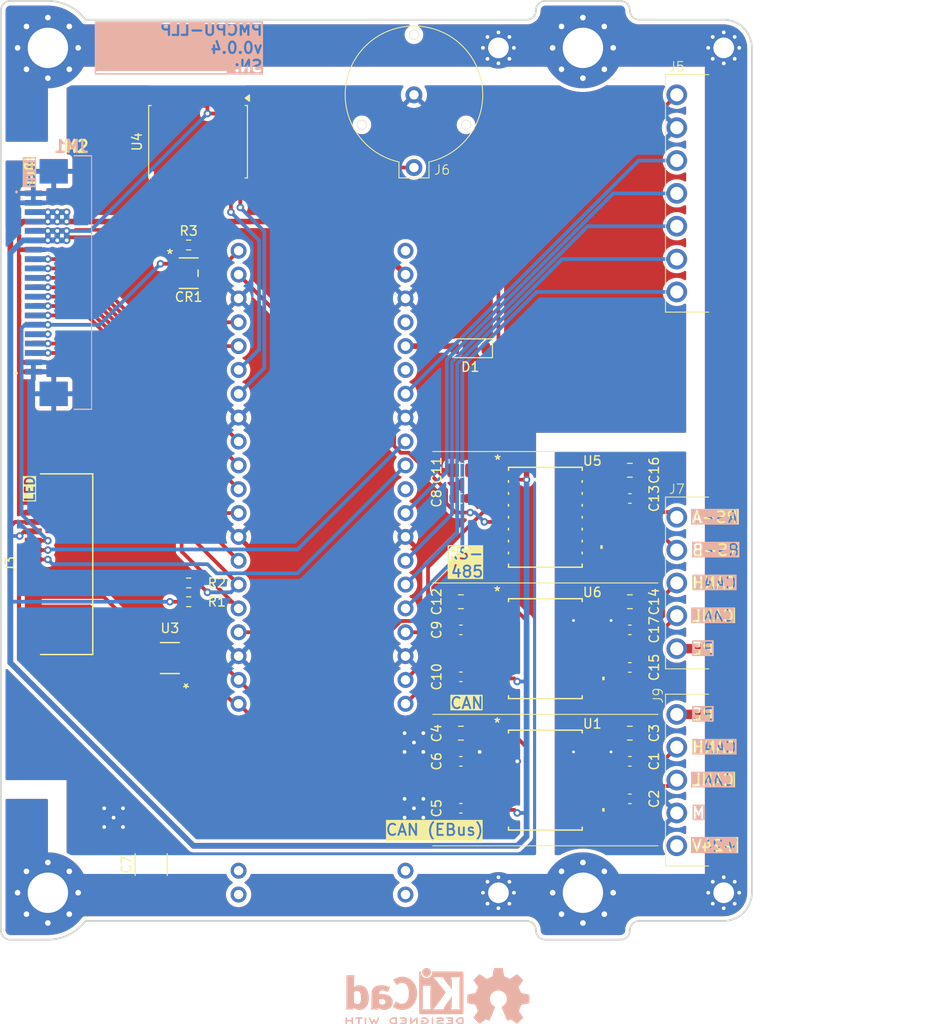
<source format=kicad_pcb>
(kicad_pcb (version 20241229) (generator "pcbnew") (generator_version "9.0")
  (title_block (title "${article} v${version}"))
  (layers (0 "F.Cu" signal) (2 "B.Cu" signal) (13 "F.Paste" user) (15 "B.Paste" user) (5 "F.SilkS" user "F.Silkscreen") (7 "B.SilkS" user "B.Silkscreen") (1 "F.Mask" user) (3 "B.Mask" user) (25 "Edge.Cuts" user))
  (property "article" "PMCPU-LLP")
  (property "version" "0.0.4")
  (net 0 "")
  (net 1 "/I2C0_SDA")
  (net 2 "/I2C0_SCL")
  (net 3 "/I2C2_SDA")
  (net 4 "PE")
  (net 7 "/Vbat")
  (net 8 "+3.3V_CPU")
  (net 9 "+5V_CPU")
  (net 10 "/I2C2_SCL")
  (net 11 "/WDT")
  (net 13 "/SPI0_MOSI")
  (net 14 "/SPI0_CS2")
  (net 15 "/SPI0_CS1")
  (net 16 "/SPI0_CS3")
  (net 17 "Net-(D1-A)")
  (net 18 "Net-(JM2-Pin_5)")
  (net 19 "/SPI0_MISO")
  (net 28 "/HMI_DC")
  (net 29 "/HMI_CS")
  (net 30 "/HMI_DIN")
  (net 31 "/HMI_CLK")
  (net 32 "/HMI_RES")
  (net 33 "+5V_EXT")
  (net 35 "+3.3V_EXT")
  (net 39 "/SPI0_CS0")
  (net 40 "/SPI0_SCK")
  (net 43 "/CANH")
  (net 44 "/CANL")
  (net 46 "/CAN0_RXD")
  (net 47 "/CAN0_TXD")
  (net 48 "/CAN1_RXD")
  (net 49 "/CAN1_TXD")
  (net 50 "GND_CPU")
  (net 51 "+5V_BUS")
  (net 55 "/RST")
  (net 56 "/LED_1")
  (net 57 "/CAN0_TXD_LED")
  (net 58 "/LED_0")
  (net 59 "/LED_2")
  (net 60 "/CAN0_RXD_LED")
  (net 62 "/UART1_RTS")
  (net 63 "/UART1_RX")
  (net 64 "/UART1_TX")
  (net 65 "/RS485-A")
  (net 66 "/RS485-B")
  (net 67 "GND_EB")
  (net 68 "+24V_EB")
  (net 69 "/CANH_EB")
  (net 70 "/CANL_EB")
  (footprint "Diode_SMD:D_SOD-123" (layer "F.Cu") (at 84.93 87.33 180)
    (property "Reference" "D1")
    (property "Value" "B5819W")
  )
  (footprint "kicad_inventree_lib:DBV6-M" (layer "F.Cu") (at 52.93 120.33 180)
    (property "Reference" "U3")
    (property "Value" "SN74LVC2G14DBVR")
  )
  (footprint "MountingHole:MountingHole_4.3mm_M4_Pad_Via" (layer "F.Cu") (at 39.93 55.33)
    (property "Reference" "H2" (hide yes))
    (property "Value" "M4")
  )
  (footprint "Resistor_SMD:R_0603_1608Metric" (layer "F.Cu") (at 54.93 112.33)
    (property "Reference" "R2")
    (property "Value" "3k3")
  )
  (footprint "Capacitor_SMD:C_0805_2012Metric" (layer "F.Cu") (at 101.93 114.33)
    (property "Reference" "C14")
    (property "Value" "10uF")
  )
  (footprint "Capacitor_SMD:C_0603_1608Metric" (layer "F.Cu") (at 101.93 121.33)
    (property "Reference" "C15")
    (property "Value" "1uF")
  )
  (footprint "kicad_inventree_lib:15EDGRC-3.5-05P" (layer "F.Cu") (at 106.93 140.33 90)
    (property "Reference" "J9")
    (property "Value" "15EDGRC-3.5-05P")
  )
  (footprint "kicad_inventree_lib:BS-12-A1AJ002-F" (layer "F.Cu") (at 78.93 68.08 180)
    (property "Reference" "J6")
    (property "Value" "~")
    (fp_circle (center 5.55 4.55) (end 6.05 4.55) (stroke (width 0.05)) (fill no) (layer "Edge.Cuts"))
    (fp_circle (center 0 14.15) (end 0.5 14.15) (stroke (width 0.05)) (fill no) (layer "Edge.Cuts"))
    (fp_circle (center -5.55 4.55) (end -5.05 4.55) (stroke (width 0.05)) (fill no) (layer "Edge.Cuts"))
  )
  (footprint "Capacitor_SMD:C_0603_1608Metric" (layer "F.Cu") (at 101.93 117.33)
    (property "Reference" "C17")
    (property "Value" "100nF")
  )
  (footprint "Capacitor_SMD:C_0603_1608Metric" (layer "F.Cu") (at 83.93 122.33 180)
    (property "Reference" "C10")
    (property "Value" "1uF")
  )
  (footprint "Capacitor_SMD:C_0805_2012Metric" (layer "F.Cu") (at 101.93 128.33)
    (property "Reference" "C3")
    (property "Value" "10uF")
  )
  (footprint "Capacitor_SMD:C_0805_2012Metric" (layer "F.Cu") (at 83.93 114.33 180)
    (property "Reference" "C12")
    (property "Value" "10uF")
  )
  (footprint "Capacitor_SMD:C_0805_2012Metric" (layer "F.Cu") (at 83.93 128.33 180)
    (property "Reference" "C4")
    (property "Value" "10uF")
  )
  (footprint "Capacitor_SMD:C_0603_1608Metric" (layer "F.Cu") (at 83.93 136.33 180)
    (property "Reference" "C5")
    (property "Value" "1uF")
  )
  (footprint "Resistor_SMD:R_0603_1608Metric" (layer "F.Cu") (at 54.93 114.33)
    (property "Reference" "R1")
    (property "Value" "3k3")
  )
  (footprint "kicad_inventree_lib:SOIC16-WBW_CLG-M" (layer "F.Cu") (at 92.93 119.33)
    (property "Reference" "U6")
    (property "Value" "CA-IS3062VW")
  )
  (footprint "Capacitor_SMD:C_0603_1608Metric" (layer "F.Cu") (at 101.93 135.33)
    (property "Reference" "C2")
    (property "Value" "1uF")
  )
  (footprint "kicad_inventree_lib:SOT23-5L_STM" (layer "F.Cu") (at 54.93 79.33)
    (property "Reference" "CR1")
    (property "Value" "STWD100NYWY3F")
  )
  (footprint "kicad_inventree_lib:CONN10_AFA07-S12_JUS" (layer "F.Cu") (at 41.93 110.33 90)
    (property "Reference" "J3")
    (property "Value" "AFA07-S10FCC-00")
  )
  (footprint "kicad_inventree_lib:LuckfoxLyraPlus" (layer "F.Cu") (at 60.2475 76.9425)
    (property "Reference" "U2" (hide yes))
    (property "Value" "~")
  )
  (footprint "kicad_inventree_lib:PMLED-xx-v0.0.2" (layer "F.Cu") (at 99.93 100.33)
    (property "Reference" "SP1" (hide yes))
    (property "Value" "~")
  )
  (footprint "kicad_inventree_lib:AFA07S20FCA00" (layer "F.Cu") (at 41.93 80.33 90)
    (property "Reference" "JM2")
    (property "Value" "AFA07-S20FCC-00" (hide yes))
  )
  (footprint "MountingHole:MountingHole_4.3mm_M4_Pad_Via" (layer "F.Cu") (at 96.93 145.33)
    (property "Reference" "H4" (hide yes))
    (property "Value" "M4")
  )
  (footprint "Capacitor_SMD:C_0603_1608Metric" (layer "F.Cu") (at 83.93 131.33 180)
    (property "Reference" "C6")
    (property "Value" "100nF")
  )
  (footprint "Capacitor_SMD:C_0805_2012Metric" (layer "F.Cu") (at 83.93 100.33 180)
    (property "Reference" "C11")
    (property "Value" "10uF")
  )
  (footprint "Resistor_SMD:R_0603_1608Metric" (layer "F.Cu") (at 54.93 76.33 180)
    (property "Reference" "R3")
    (property "Value" "10k")
  )
  (footprint "kicad_inventree_lib:15EDGRC-3.5-05P" (layer "F.Cu") (at 106.93 119.33 90)
    (property "Reference" "J7")
    (property "Value" "15EDGRC-3.5-05P")
  )
  (footprint "MountingHole:MountingHole_4.3mm_M4_Pad_Via" (layer "F.Cu") (at 39.93 145.33)
    (property "Reference" "H3" (hide yes))
    (property "Value" "M4")
  )
  (footprint "Capacitor_SMD:C_1812_4532Metric" (layer "F.Cu") (at 50.93 142.33 90)
    (property "Reference" "C7")
    (property "Value" "4.7nF 2kV")
  )
  (footprint "Capacitor_SMD:C_0805_2012Metric" (layer "F.Cu") (at 101.93 100.33)
    (property "Reference" "C16")
    (property "Value" "10uF")
  )
  (footprint "Capacitor_SMD:C_0603_1608Metric" (layer "F.Cu") (at 83.93 103.33 180)
    (property "Reference" "C8")
    (property "Value" "100nF")
  )
  (footprint "kicad_inventree_lib:SOIC16-WBW_CLG" (layer "F.Cu") (at 92.93 105.33)
    (property "Reference" "U5")
    (property "Value" "CA-IS3098W")
  )
  (footprint "Package_SO:SOIC-16W_7.5x10.3mm_P1.27mm" (layer "F.Cu") (at 55.93 65.33 -90)
    (property "Reference" "U4")
    (property "Value" "DS3231")
  )
  (footprint "kicad_inventree_lib:15EDGRC-3.5-07P" (layer "F.Cu") (at 106.93 81.33 90)
    (property "Reference" "J5")
    (property "Value" "15EDGRC-3.5-07P")
  )
  (footprint "Capacitor_SMD:C_0603_1608Metric" (layer "F.Cu") (at 101.93 131.33)
    (property "Reference" "C1")
    (property "Value" "100nF")
  )
  (footprint "MountingHole:MountingHole_4.3mm_M4_Pad_Via" (layer "F.Cu") (at 96.93 55.33)
    (property "Reference" "H1" (hide yes))
    (property "Value" "M4")
  )
  (footprint "Capacitor_SMD:C_0603_1608Metric" (layer "F.Cu") (at 83.93 117.33 180)
    (property "Reference" "C9")
    (property "Value" "100nF")
  )
  (footprint "kicad_inventree_lib:SOIC16-WBW_CLG-M" (layer "F.Cu") (at 92.93 133.33)
    (property "Reference" "U1")
    (property "Value" "CA-IS3062VW")
  )
  (footprint "Capacitor_SMD:C_0603_1608Metric" (layer "F.Cu") (at 101.93 103.33)
    (property "Reference" "C13")
    (property "Value" "100nF")
  )
  (footprint "Symbol:KiCad-Logo2_5mm_SilkScreen" (layer "B.Cu") (at 77.93 156.33 180)
    (property "Reference" "kicad_logo" (hide yes))
    (property "Value" "KiCad-Logo2_5mm_SilkScreen" (hide yes))
  )
  (footprint "Symbol:OSHW-Symbol_6.7x6mm_SilkScreen" (layer "B.Cu") (at 87.93 156.33 180)
    (property "Reference" "oshw_logo" (hide yes))
    (property "Value" "OSHW-Symbol_6.7x6mm_SilkScreen" (hide yes))
  )
  (footprint "kicad_inventree_lib:AFA07S20FCA00" (layer "B.Cu") (at 41.93 80.33 -90)
    (property "Reference" "JM1")
    (property "Value" "AFA07-S20FCC-00" (hide yes))
  )
  (gr_line (start 80.93 126.33) (end 104.93 126.33) (stroke (width 0.1)) (layer "F.SilkS"))
  (gr_line (start 80.93 140.33) (end 104.93 140.33) (stroke (width 0.1)) (layer "F.SilkS"))
  (gr_line (start 80.93 98.33) (end 104.93 98.33) (stroke (width 0.1)) (layer "F.SilkS"))
  (gr_line (start 80.93 112.33) (end 104.93 112.33) (stroke (width 0.1)) (layer "F.SilkS"))
  (gr_arc (start 39.93 50.33) (mid 42.166068 50.857864) (end 43.93 52.33) (stroke (width 0.2)) (layer "Edge.Cuts"))
  (gr_line (start 92.93 150.33) (end 100.93 150.33) (stroke (width 0.2)) (layer "Edge.Cuts"))
  (gr_line (start 114.93 55.33) (end 114.93 145.33) (stroke (width 0.2)) (layer "Edge.Cuts"))
  (gr_line (start 43.93 52.33) (end 90.93 52.33) (stroke (width 0.2)) (layer "Edge.Cuts"))
  (gr_arc (start 101.93 149.33) (mid 101.637107 150.037107) (end 100.93 150.33) (stroke (width 0.2)) (layer "Edge.Cuts"))
  (gr_line (start 102.93 52.33) (end 111.93 52.33) (stroke (width 0.2)) (layer "Edge.Cuts"))
  (gr_line (start 35.93 150.33) (end 39.93 150.33) (stroke (width 0.2)) (layer "Edge.Cuts"))
  (gr_arc (start 35.93 150.33) (mid 35.222893 150.037107) (end 34.93 149.33) (stroke (width 0.2)) (layer "Edge.Cuts"))
  (gr_arc (start 102.93 52.33) (mid 102.222893 52.037107) (end 101.93 51.33) (stroke (width 0.2)) (layer "Edge.Cuts"))
  (gr_line (start 100.93 50.33) (end 92.93 50.33) (stroke (width 0.2)) (layer "Edge.Cuts"))
  (gr_line (start 90.93 148.33) (end 43.93 148.33) (stroke (width 0.2)) (layer "Edge.Cuts"))
  (gr_line (start 102.93 148.33) (end 111.93 148.33) (stroke (width 0.2)) (layer "Edge.Cuts"))
  (gr_arc (start 34.93 51.33) (mid 35.222893 50.622893) (end 35.93 50.33) (stroke (width 0.2)) (layer "Edge.Cuts"))
  (gr_arc (start 90.93 148.33) (mid 91.637107 148.622893) (end 91.93 149.33) (stroke (width 0.2)) (layer "Edge.Cuts"))
  (gr_arc (start 114.93 145.33) (mid 114.05132 147.45132) (end 111.93 148.33) (stroke (width 0.2)) (layer "Edge.Cuts"))
  (gr_line (start 34.93 149.33) (end 34.93 51.33) (stroke (width 0.2)) (layer "Edge.Cuts"))
  (gr_arc (start 100.93 50.33) (mid 101.637107 50.622893) (end 101.93 51.33) (stroke (width 0.2)) (layer "Edge.Cuts"))
  (gr_arc (start 91.93 51.33) (mid 91.637107 52.037107) (end 90.93 52.33) (stroke (width 0.2)) (layer "Edge.Cuts"))
  (gr_arc (start 43.93 148.33) (mid 42.166068 149.802136) (end 39.93 150.33) (stroke (width 0.2)) (layer "Edge.Cuts"))
  (gr_arc (start 111.93 52.33) (mid 114.05132 53.20868) (end 114.93 55.33) (stroke (width 0.2)) (layer "Edge.Cuts"))
  (gr_arc (start 101.93 149.33) (mid 102.222893 148.622893) (end 102.93 148.33) (stroke (width 0.2)) (layer "Edge.Cuts"))
  (gr_arc (start 91.93 51.33) (mid 92.222893 50.622893) (end 92.93 50.33) (stroke (width 0.2)) (layer "Edge.Cuts"))
  (gr_line (start 35.93 50.33) (end 39.93 50.33) (stroke (width 0.2)) (layer "Edge.Cuts"))
  (gr_arc (start 92.93 150.33) (mid 92.222893 150.037107) (end 91.93 149.33) (stroke (width 0.2)) (layer "Edge.Cuts"))
  (gr_text "CANL" (at 108.43 115.83 0) (layer "F.SilkS" knockout) (effects (font (size 1.2 1.2) (thickness 0.2) (bold yes)) (justify left)))
  (gr_text "CANH" (at 108.43 112.33 0) (layer "F.SilkS" knockout) (effects (font (size 1.2 1.2) (thickness 0.2) (bold yes)) (justify left)))
  (gr_text "CAN" (at 86.43 125.83 0) (layer "F.SilkS" knockout) (effects (font (size 1.2 1.2) (thickness 0.2) (bold yes)) (justify right bottom)))
  (gr_text "M" (at 108.43 136.83 0) (layer "F.SilkS" knockout) (effects (font (size 1.2 1.2) (thickness 0.2) (bold yes)) (justify left)))
  (gr_text "PE" (at 108.43 119.33 0) (layer "F.SilkS" knockout) (effects (font (size 1.2 1.2) (thickness 0.2) (bold yes)) (justify left)))
  (gr_text "CANL" (at 108.43 133.33 0) (layer "F.SilkS" knockout) (effects (font (size 1.2 1.2) (thickness 0.2) (bold yes)) (justify left)))
  (gr_text "RS-A" (at 108.43 105.33 0) (layer "F.SilkS" knockout) (effects (font (size 1.2 1.2) (thickness 0.2) (bold yes)) (justify left)))
  (gr_text "LED" (at 37.43 100.83 90) (layer "F.SilkS" knockout) (effects (font (size 1 1) (thickness 0.2) (bold yes)) (justify right top)))
  (gr_text "CANH" (at 108.43 129.83 0) (layer "F.SilkS" knockout) (effects (font (size 1.2 1.2) (thickness 0.2) (bold yes)) (justify left)))
  (gr_text "CAN (EBus)" (at 86.43 139.33 0) (layer "F.SilkS" knockout) (effects (font (size 1.2 1.2) (thickness 0.2) (bold yes)) (justify right bottom)))
  (gr_text "+24V" (at 108.43 140.33 0) (layer "F.SilkS" knockout) (effects (font (size 1.2 1.2) (thickness 0.2) (bold yes)) (justify left)))
  (gr_text "RS-\n485" (at 86.43 111.83 0) (layer "F.SilkS" knockout) (effects (font (size 1.2 1.2) (thickness 0.2) (bold yes)) (justify right bottom)))
  (gr_text "IBus" (at 37.43 66.83 90) (layer "F.SilkS" knockout) (effects (font (size 1 1) (thickness 0.2) (bold yes)) (justify right top)))
  (gr_text "PE" (at 108.43 126.33 0) (layer "F.SilkS" knockout) (effects (font (size 1.2 1.2) (thickness 0.2) (bold yes)) (justify left)))
  (gr_text "RS-B" (at 108.43 108.83 0) (layer "F.SilkS" knockout) (effects (font (size 1.2 1.2) (thickness 0.2) (bold yes)) (justify left)))
  (gr_text "CANH" (at 108.43 129.83 0) (layer "B.SilkS" knockout) (effects (font (size 1.2 1.2) (thickness 0.2) (bold yes)) (justify right mirror)))
  (gr_text "M" (at 108.43 136.83 0) (layer "B.SilkS" knockout) (effects (font (size 1.2 1.2) (thickness 0.2) (bold yes)) (justify right mirror)))
  (gr_text "PE" (at 108.43 126.33 0) (layer "B.SilkS" knockout) (effects (font (size 1.2 1.2) (thickness 0.2) (bold yes)) (justify right mirror)))
  (gr_text "CANL" (at 108.43 133.33 0) (layer "B.SilkS" knockout) (effects (font (size 1.2 1.2) (thickness 0.2) (bold yes)) (justify right mirror)))
  (gr_text "PE" (at 108.43 119.33 0) (layer "B.SilkS" knockout) (effects (font (size 1.2 1.2) (thickness 0.2) (bold yes)) (justify right mirror)))
  (gr_text "RS-B" (at 108.43 108.83 0) (layer "B.SilkS" knockout) (effects (font (size 1.2 1.2) (thickness 0.2) (bold yes)) (justify right mirror)))
  (gr_text "RS-A" (at 108.43 105.33 0) (layer "B.SilkS" knockout) (effects (font (size 1.2 1.2) (thickness 0.2) (bold yes)) (justify right mirror)))
  (gr_text "${article}\nv${version}\nSN: _______________" (at 62.93 55.33 0) (layer "B.SilkS" knockout) (effects (font (size 1.2 1.2) (thickness 0.24) (bold yes)) (justify left mirror)))
  (gr_text "+24V" (at 108.43 140.33 0) (layer "B.SilkS" knockout) (effects (font (size 1.2 1.2) (thickness 0.2) (bold yes)) (justify right mirror)))
  (gr_text "CANL" (at 108.43 115.83 0) (layer "B.SilkS" knockout) (effects (font (size 1.2 1.2) (thickness 0.2) (bold yes)) (justify right mirror)))
  (gr_text "IBus" (at 37.43 66.83 90) (layer "B.SilkS" knockout) (effects (font (size 1 1) (thickness 0.2) (bold yes)) (justify left top mirror)))
  (gr_text "CANH" (at 108.43 112.33 0) (layer "B.SilkS" knockout) (effects (font (size 1.2 1.2) (thickness 0.2) (bold yes)) (justify right mirror)))
  (segment (start 54.726 106.981) (end 60.2475 112.5025) (width 0.4) (layer "F.Cu") (net 1))
  (segment (start 39.93 86.83) (end 46.313072 86.83) (width 0.4) (layer "F.Cu") (net 1))
  (segment (start 38.384 86.83) (end 39.93 86.83) (width 0.6) (layer "F.Cu") (net 1))
  (segment (start 55.93 112.33) (end 56.93 113.33) (width 0.4) (layer "F.Cu") (net 1))
  (segment (start 54.726 95.242928) (end 54.726 106.981) (width 0.4) (layer "F.Cu") (net 1))
  (segment (start 55.755 112.33) (end 55.93 112.33) (width 0.4) (layer "F.Cu") (net 1))
  (segment (start 46.313072 86.83) (end 54.726 95.242928) (width 0.4) (layer "F.Cu") (net 1))
  (via (at 56.93 113.33) (size 0.8) (drill 0.4) (layers "F.Cu" "B.Cu") (net 1))
  (via (at 39.93 86.83) (size 0.8) (drill 0.4) (layers "F.Cu" "B.Cu") (net 1))
  (segment (start 59.42 113.33) (end 60.2475 112.5025) (width 0.4) (layer "B.Cu") (net 1))
  (segment (start 56.93 113.33) (end 59.42 113.33) (width 0.4) (layer "B.Cu") (net 1))
  (segment (start 39.93 86.83) (end 38.384 86.83) (width 0.6) (layer "B.Cu") (net 1))
  (segment (start 54.175 95.47116) (end 46.53384 87.83) (width 0.4) (layer "F.Cu") (net 2))
  (segment (start 55.755 114.33) (end 59.535 114.33) (width 0.4) (layer "F.Cu") (net 2))
  (segment (start 60.2475 115.0425) (end 54.175 108.97) (width 0.4) (layer "F.Cu") (net 2))
  (segment (start 46.53384 87.83) (end 39.93 87.83) (width 0.4) (layer "F.Cu") (net 2))
  (segment (start 38.384 87.83) (end 39.93 87.83) (width 0.6) (layer "F.Cu") (net 2))
  (segment (start 54.175 108.97) (end 54.175 95.47116) (width 0.4) (layer "F.Cu") (net 2))
  (segment (start 59.535 114.33) (end 60.2475 115.0425) (width 0.4) (layer "F.Cu") (net 2))
  (via (at 39.93 87.83) (size 0.8) (drill 0.4) (layers "F.Cu" "B.Cu") (net 2))
  (segment (start 39.93 87.83) (end 38.384 87.83) (width 0.6) (layer "B.Cu") (net 2))
  (segment (start 59.43 70.305) (end 59.105 69.98) (width 0.4) (layer "F.Cu") (net 3))
  (segment (start 59.43 72.83) (end 59.43 70.305) (width 0.4) (layer "F.Cu") (net 3))
  (via (at 59.43 72.83) (size 0.8) (drill 0.4) (layers "F.Cu" "B.Cu") (net 3))
  (segment (start 60.2475 89.6425) (end 62.43 87.46) (width 0.4) (layer "B.Cu") (net 3))
  (segment (start 62.43 75.83) (end 59.43 72.83) (width 0.4) (layer "B.Cu") (net 3))
  (segment (start 62.43 87.46) (end 62.43 75.83) (width 0.4) (layer "B.Cu") (net 3))
  (segment (start 106.93 119.33) (end 112.93 119.33) (width 1) (layer "F.Cu") (net 4))
  (segment (start 106.93 126.33) (end 112.93 126.33) (width 1) (layer "F.Cu") (net 4))
  (segment (start 58.710001 68.08) (end 78.93 68.08) (width 0.4) (layer "F.Cu") (net 7))
  (segment (start 57.835 69.98) (end 57.835 68.955001) (width 0.4) (layer "F.Cu") (net 7))
  (segment (start 57.835 68.955001) (end 58.710001 68.08) (width 0.4) (layer "F.Cu") (net 7))
  (segment (start 87.8782 122.33) (end 88.0532 122.505) (width 0.4) (layer "F.Cu") (net 8))
  (segment (start 41.93 75.83) (end 42.256 75.504) (width 0.4) (layer "F.Cu") (net 8))
  (segment (start 87.93 79.33) (end 106.93 60.33) (width 0.4) (layer "F.Cu") (net 8))
  (segment (start 39.93 74.83) (end 40.93 74.83) (width 0.6) (layer "F.Cu") (net 8))
  (segment (start 54.105 112.33) (end 54.105 114.33) (width 0.4) (layer "F.Cu") (net 8))
  (segment (start 54.105 118.155) (end 54.105 114.33) (width 0.4) (layer "F.Cu") (net 8))
  (segment (start 88.0532 122.505) (end 89.605 122.505) (width 0.4) (layer "F.Cu") (net 8))
  (segment (start 88.0532 136.505) (end 89.605 136.505) (width 0.4) (layer "F.Cu") (net 8))
  (segment (start 87.93 87.33) (end 87.93 79.33) (width 0.4) (layer "F.Cu") (net 8))
  (segment (start 59.105 61.704999) (end 59.105 60.68) (width 0.4) (layer "F.Cu") (net 8))
  (segment (start 56.93 62.33) (end 56.93 61.045) (width 0.4) (layer "F.Cu") (net 8))
  (segment (start 56.93 62.33) (end 58.479999 62.33) (width 0.4) (layer "F.Cu") (net 8))
  (segment (start 39.93 75.83) (end 40.93 75.83) (width 0.6) (layer "F.Cu") (net 8))
  (segment (start 42.256 75.504) (end 54.929 75.504) (width 0.4) (layer "F.Cu") (net 8))
  (segment (start 40.93 74.83) (end 41.93 74.83) (width 0.6) (layer "F.Cu") (net 8))
  (segment (start 84.88 103.155) (end 84.705 103.33) (width 0.4) (layer "F.Cu") (net 8))
  (segment (start 38.374 106.830004) (end 37.429996 106.830004) (width 0.4) (layer "F.Cu") (net 8))
  (segment (start 58.479999 62.33) (end 59.105 61.704999) (width 0.4) (layer "F.Cu") (net 8))
  (segment (start 88.104 100.885) (end 85.435 100.885) (width 0.4) (layer "F.Cu") (net 8))
  (segment (start 54.929 75.504) (end 55.755 76.33) (width 0.4) (layer "F.Cu") (net 8))
  (segment (start 90.93 101.33) (end 90.93 90.33) (width 0.6) (layer "F.Cu") (net 8))
  (segment (start 84.88 100.33) (end 84.88 103.155) (width 0.4) (layer "F.Cu") (net 8))
  (segment (start 51.46315 120.33) (end 51.93 120.33) (width 0.4) (layer "F.Cu") (net 8))
  (segment (start 85.435 100.885) (end 84.88 100.33) (width 0.4) (layer "F.Cu") (net 8))
  (segment (start 51.93 120.33) (end 54.105 118.155) (width 0.4) (layer "F.Cu") (net 8))
  (segment (start 90.93 101.33) (end 89.93 101.33) (width 0.4) (layer "F.Cu") (net 8))
  (segment (start 84.705 122.33) (end 87.8782 122.33) (width 0.4) (layer "F.Cu") (net 8))
  (segment (start 87.8782 136.33) (end 88.0532 136.505) (width 0.4) (layer "F.Cu") (net 8))
  (segment (start 37.429996 106.830004) (end 36.93 107.33) (width 0.4) (layer "F.Cu") (net 8))
  (segment (start 55.755 78.011199) (end 56.1238 78.379999) (width 0.4) (layer "F.Cu") (net 8))
  (segment (start 56.93 61.045) (end 56.565 60.68) (width 0.4) (layer "F.Cu") (net 8))
  (segment (start 90.93 90.33) (end 87.93 87.33) (width 0.6) (layer "F.Cu") (net 8))
  (segment (start 89.485 100.885) (end 88.104 100.885) (width 0.4) (layer "F.Cu") (net 8))
  (segment (start 89.605 122.505) (end 89.93 122.83) (width 0.4) (layer "F.Cu") (net 8))
  (segment (start 89.605 136.505) (end 89.93 136.83) (width 0.4) (layer "F.Cu") (net 8))
  (segment (start 87.93 87.33) (end 86.58 87.33) (width 0.6) (layer "F.Cu") (net 8))
  (segment (start 89.93 101.33) (end 89.485 100.885) (width 0.4) (layer "F.Cu") (net 8))
  (segment (start 52.93 114.33) (end 54.105 114.33) (width 0.4) (layer "F.Cu") (net 8))
  (segment (start 55.755 76.33) (end 55.755 78.011199) (width 0.4) (layer "F.Cu") (net 8))
  (segment (start 38.384 74.83) (end 39.93 74.83) (width 0.6) (layer "F.Cu") (net 8))
  (segment (start 40.93 75.83) (end 41.93 75.83) (width 0.6) (layer "F.Cu") (net 8))
  (segment (start 84.705 136.33) (end 87.8782 136.33) (width 0.4) (layer "F.Cu") (net 8))
  (segment (start 38.384 75.83) (end 39.93 75.83) (width 0.6) (layer "F.Cu") (net 8))
  (via (at 56.93 62.33) (size 0.8) (drill 0.4) (layers "F.Cu" "B.Cu") (net 8))
  (via (at 40.93 75.83) (size 0.8) (drill 0.4) (layers "F.Cu" "B.Cu") (net 8))
  (via (at 39.93 75.83) (size 0.8) (drill 0.4) (layers "F.Cu" "B.Cu") (net 8))
  (via (at 52.93 114.33) (size 0.8) (drill 0.4) (layers "F.Cu" "B.Cu") (net 8))
  (via (at 41.93 74.83) (size 0.8) (drill 0.4) (layers "F.Cu" "B.Cu") (net 8))
  (via (at 89.93 122.83) (size 0.8) (drill 0.4) (layers "F.Cu" "B.Cu") (net 8))
  (via (at 41.93 75.83) (size 0.8) (drill 0.4) (layers "F.Cu" "B.Cu") (net 8))
  (via (at 89.93 136.83) (size 0.8) (drill 0.4) (layers "F.Cu" "B.Cu") (net 8))
  (via (at 39.93 74.83) (size 0.8) (drill 0.4) (layers "F.Cu" "B.Cu") (net 8))
  (via (at 36.93 107.33) (size 0.8) (drill 0.4) (layers "F.Cu" "B.Cu") (net 8))
  (via (at 40.93 74.83) (size 0.8) (drill 0.4) (layers "F.Cu" "B.Cu") (net 8))
  (via (at 90.93 101.33) (size 0.8) (drill 0.4) (layers "F.Cu" "B.Cu") (net 8))
  (segment (start 41.93 74.83) (end 44.43 74.83) (width 0.4) (layer "B.Cu") (net 8))
  (segment (start 90.93 122.83) (end 90.93 101.33) (width 0.6) (layer "B.Cu") (net 8))
  (segment (start 90.93 136.83) (end 90.93 122.83) (width 0.6) (layer "B.Cu") (net 8))
  (segment (start 35.93 77.182) (end 35.93 77.33) (width 0.6) (layer "B.Cu") (net 8))
  (segment (start 41.93 74.83) (end 41.93 75.83) (width 0.6) (layer "B.Cu") (net 8))
  (segment (start 55.43 140.33) (end 89.93 140.33) (width 0.6) (layer "B.Cu") (net 8))
  (segment (start 40.93 74.83) (end 40.93 75.83) (width 0.6) (layer "B.Cu") (net 8))
  (segment (start 90.93 139.33) (end 90.93 136.83) (width 0.6) (layer "B.Cu") (net 8))
  (segment (start 35.93 77.33) (end 35.93 107.33) (width 0.6) (layer "B.Cu") (net 8))
  (segment (start 38.384 75.83) (end 37.282 75.83) (width 0.6) (layer "B.Cu") (net 8))
  (segment (start 44.43 74.83) (end 56.93 62.33) (width 0.4) (layer "B.Cu") (net 8))
  (segment (start 89.93 140.33) (end 90.93 139.33) (width 0.6) (layer "B.Cu") (net 8))
  (segment (start 41.93 74.83) (end 38.384 74.83) (width 0.6) (layer "B.Cu") (net 8))
  (segment (start 41.93 75.83) (end 38.384 75.83) (width 0.6) (layer "B.Cu") (net 8))
  (segment (start 39.93 74.83) (end 39.93 75.83) (width 0.6) (layer "B.Cu") (net 8))
  (segment (start 35.93 120.83) (end 55.43 140.33) (width 0.6) (layer "B.Cu") (net 8))
  (segment (start 37.282 75.83) (end 35.93 77.182) (width 0.6) (layer "B.Cu") (net 8))
  (segment (start 89.93 122.83) (end 90.93 122.83) (width 0.4) (layer "B.Cu") (net 8))
  (segment (start 36.93 107.33) (end 35.93 107.33) (width 0.4) (layer "B.Cu") (net 8))
  (segment (start 89.93 136.83) (end 90.93 136.83) (width 0.4) (layer "B.Cu") (net 8))
  (segment (start 47.93 114.33) (end 35.93 114.33) (width 0.4) (layer "B.Cu") (net 8))
  (segment (start 47.93 114.33) (end 52.93 114.33) (width 0.4) (layer "B.Cu") (net 8))
  (segment (start 35.93 114.33) (end 35.93 120.83) (width 0.6) (layer "B.Cu") (net 8))
  (segment (start 35.93 107.33) (end 35.93 114.33) (width 0.6) (layer "B.Cu") (net 8))
  (segment (start 41.93 73.83) (end 72.375 73.83) (width 0.6) (layer "F.Cu") (net 9))
  (segment (start 88.0532 128.885) (end 89.985 128.885) (width 0.4) (layer "F.Cu") (net 9))
  (segment (start 90.93 129.83) (end 90.93 116.33) (width 0.6) (layer "F.Cu") (net 9))
  (segment (start 90.93 139.33) (end 90.93 129.83) (width 0.6) (layer "F.Cu") (net 9))
  (segment (start 87.4982 128.33) (end 88.0532 128.885) (width 0.4) (layer "F.Cu") (net 9))
  (segment (start 40.93 73.83) (end 41.93 73.83) (width 0.6) (layer "F.Cu") (net 9))
  (segment (start 39.93 73.83) (end 40.93 73.83) (width 0.6) (layer "F.Cu") (net 9))
  (segment (start 84.88 117.155) (end 84.705 117.33) (width 0.4) (layer "F.Cu") (net 9))
  (segment (start 35.93 75.182) (end 35.93 106.33) (width 0.6) (layer "F.Cu") (net 9))
  (segment (start 40.93 72.83) (end 41.93 72.83) (width 0.6) (layer "F.Cu") (net 9))
  (segment (start 84.88 128.33) (end 84.88 131.155) (width 0.4) (layer "F.Cu") (net 9))
  (segment (start 84.88 114.33) (end 84.88 117.155) (width 0.4) (layer "F.Cu") (net 9))
  (segment (start 72.375 73.83) (end 78.0275 79.4825) (width 0.6) (layer "F.Cu") (net 9))
  (segment (start 84.88 128.33) (end 87.4982 128.33) (width 0.4) (layer "F.Cu") (net 9))
  (segment (start 89.93 140.33) (end 90.93 139.33) (width 0.6) (layer "F.Cu") (net 9))
  (segment (start 35.93 106.33) (end 35.93 120.83) (width 0.6) (layer "F.Cu") (net 9))
  (segment (start 55.43 140.33) (end 89.93 140.33) (width 0.6) (layer "F.Cu") (net 9))
  (segment (start 35.93 120.83) (end 55.43 140.33) (width 0.6) (layer "F.Cu") (net 9))
  (segment (start 88.0532 114.885) (end 85.435 114.885) (width 0.4) (layer "F.Cu") (net 9))
  (segment (start 89.485 114.885) (end 90.93 116.33) (width 0.4) (layer "F.Cu") (net 9))
  (segment (start 85.435 114.885) (end 84.88 114.33) (width 0.4) (layer "F.Cu") (net 9))
  (segment (start 39.93 72.83) (end 40.93 72.83) (width 0.6) (layer "F.Cu") (net 9))
  (segment (start 38.384 73.83) (end 39.93 73.83) (width 0.6) (layer "F.Cu") (net 9))
  (segment (start 88.0532 114.885) (end 89.485 114.885) (width 0.4) (layer "F.Cu") (net 9))
  (segment (start 37.282 73.83) (end 35.93 75.182) (width 0.6) (layer "F.Cu") (net 9))
  (segment (start 38.384 73.83) (end 37.282 73.83) (width 0.6) (layer "F.Cu") (net 9))
  (segment (start 38.384 72.83) (end 39.93 72.83) (width 0.6) (layer "F.Cu") (net 9))
  (segment (start 36.429994 105.830006) (end 35.93 106.33) (width 0.4) (layer "F.Cu") (net 9))
  (segment (start 38.374 105.830006) (end 36.429994 105.830006) (width 0.4) (layer "F.Cu") (net 9))
  (segment (start 89.985 128.885) (end 90.93 129.83) (width 0.4) (layer "F.Cu") (net 9))
  (segment (start 84.88 131.155) (end 84.705 131.33) (width 0.4) (layer "F.Cu") (net 9))
  (via (at 40.93 73.83) (size 0.8) (drill 0.4) (layers "F.Cu" "B.Cu") (net 9))
  (via (at 41.93 72.83) (size 0.8) (drill 0.4) (layers "F.Cu" "B.Cu") (net 9))
  (via (at 40.93 72.83) (size 0.8) (drill 0.4) (layers "F.Cu" "B.Cu") (net 9))
  (via (at 41.93 73.83) (size 0.8) (drill 0.4) (layers "F.Cu" "B.Cu") (net 9))
  (via (at 39.93 72.83) (size 0.8) (drill 0.4) (layers "F.Cu" "B.Cu") (net 9))
  (via (at 39.93 73.83) (size 0.8) (drill 0.4) (layers "F.Cu" "B.Cu") (net 9))
  (segment (start 41.93 72.83) (end 41.93 73.83) (width 0.6) (layer "B.Cu") (net 9))
  (segment (start 41.93 73.83) (end 38.384 73.83) (width 0.6) (layer "B.Cu") (net 9))
  (segment (start 39.93 72.83) (end 38.384 72.83) (width 0.6) (layer "B.Cu") (net 9))
  (segment (start 39.93 72.83) (end 39.93 73.83) (width 0.6) (layer "B.Cu") (net 9))
  (segment (start 40.93 72.83) (end 40.93 73.83) (width 0.6) (layer "B.Cu") (net 9))
  (segment (start 41.93 72.83) (end 39.93 72.83) (width 0.6) (layer "B.Cu") (net 9))
  (segment (start 60.43 70.035) (end 60.375 69.98) (width 0.4) (layer "F.Cu") (net 10))
  (segment (start 60.43 72.33) (end 60.43 70.035) (width 0.4) (layer "F.Cu") (net 10))
  (via (at 60.43 72.33) (size 0.8) (drill 0.4) (layers "F.Cu" "B.Cu") (net 10))
  (segment (start 60.2475 92.1825) (end 62.981 89.449) (width 0.4) (layer "B.Cu") (net 10))
  (segment (start 62.981 74.881) (end 60.43 72.33) (width 0.4) (layer "B.Cu") (net 10))
  (segment (start 62.981 89.449) (end 62.981 74.881) (width 0.4) (layer "B.Cu") (net 10))
  (segment (start 56.909999 80.280001) (end 60.2475 76.9425) (width 0.4) (layer "F.Cu") (net 11))
  (segment (start 56.1238 80.280001) (end 56.909999 80.280001) (width 0.4) (layer "F.Cu") (net 11))
  (segment (start 42.767696 77.83) (end 49.500196 84.5625) (width 0.4) (layer "F.Cu") (net 13))
  (segment (start 38.384 77.83) (end 39.93 77.83) (width 0.6) (layer "F.Cu") (net 13))
  (segment (start 49.500196 84.5625) (end 60.2475 84.5625) (width 0.4) (layer "F.Cu") (net 13))
  (segment (start 39.93 77.83) (end 42.767696 77.83) (width 0.4) (layer "F.Cu") (net 13))
  (via (at 39.93 77.83) (size 0.8) (drill 0.4) (layers "F.Cu" "B.Cu") (net 13))
  (segment (start 39.93 77.83) (end 38.384 77.83) (width 0.6) (layer "B.Cu") (net 13))
  (segment (start 39.93 82.83) (end 43.871536 82.83) (width 0.4) (layer "F.Cu") (net 14))
  (segment (start 55.828 102.228) (end 58.4825 104.8825) (width 0.4) (layer "F.Cu") (net 14))
  (segment (start 43.871536 82.83) (end 55.828 94.786464) (width 0.4) (layer "F.Cu") (net 14))
  (segment (start 58.4825 104.8825) (end 60.2475 104.8825) (width 0.4) (layer "F.Cu") (net 14))
  (segment (start 55.828 94.786464) (end 55.828 102.228) (width 0.4) (layer "F.Cu") (net 14))
  (segment (start 38.384 82.83) (end 39.93 82.83) (width 0.6) (layer "F.Cu") (net 14))
  (via (at 39.93 82.83) (size 0.8) (drill 0.4) (layers "F.Cu" "B.Cu") (net 14))
  (segment (start 39.93 82.83) (end 38.384 82.83) (width 0.6) (layer "B.Cu") (net 14))
  (segment (start 56.379 98.474) (end 60.2475 102.3425) (width 0.4) (layer "F.Cu") (net 15))
  (segment (start 43.650768 81.83) (end 56.379 94.558232) (width 0.4) (layer "F.Cu") (net 15))
  (segment (start 38.384 81.83) (end 39.93 81.83) (width 0.6) (layer "F.Cu") (net 15))
  (segment (start 56.379 94.558232) (end 56.379 98.474) (width 0.4) (layer "F.Cu") (net 15))
  (segment (start 39.93 81.83) (end 43.650768 81.83) (width 0.4) (layer "F.Cu") (net 15))
  (via (at 39.93 81.83) (size 0.8) (drill 0.4) (layers "F.Cu" "B.Cu") (net 15))
  (segment (start 39.93 81.83) (end 38.384 81.83) (width 0.6) (layer "B.Cu") (net 15))
  (segment (start 38.384 83.83) (end 39.93 83.83) (width 0.6) (layer "F.Cu") (net 16))
  (segment (start 60.2475 109.9625) (end 55.277 104.992) (width 0.4) (layer "F.Cu") (net 16))
  (segment (start 55.277 95.014696) (end 44.092304 83.83) (width 0.4) (layer "F.Cu") (net 16))
  (segment (start 55.277 104.992) (end 55.277 95.014696) (width 0.4) (layer "F.Cu") (net 16))
  (segment (start 44.092304 83.83) (end 39.93 83.83) (width 0.4) (layer "F.Cu") (net 16))
  (via (at 39.93 83.83) (size 0.8) (drill 0.4) (layers "F.Cu" "B.Cu") (net 16))
  (segment (start 39.93 83.83) (end 38.384 83.83) (width 0.6) (layer "B.Cu") (net 16))
  (segment (start 83.0525 87.1025) (end 83.28 87.33) (width 0.6) (layer "F.Cu") (net 17))
  (segment (start 78.0275 87.1025) (end 83.0525 87.1025) (width 0.6) (layer "F.Cu") (net 17))
  (segment (start 38.384 85.83) (end 39.93 85.83) (width 0.6) (layer "F.Cu") (net 18))
  (via (at 39.93 85.83) (size 0.8) (drill 0.4) (layers "F.Cu" "B.Cu") (net 18))
  (segment (start 39.93 85.83) (end 38.384 85.83) (width 0.6) (layer "B.Cu") (net 18))
  (segment (start 42.988464 78.83) (end 51.260964 87.1025) (width 0.4) (layer "F.Cu") (net 19))
  (segment (start 51.260964 87.1025) (end 60.2475 87.1025) (width 0.4) (layer "F.Cu") (net 19))
  (segment (start 39.93 78.83) (end 42.988464 78.83) (width 0.4) (layer "F.Cu") (net 19))
  (segment (start 38.384 78.83) (end 39.93 78.83) (width 0.6) (layer "F.Cu") (net 19))
  (via (at 39.93 78.83) (size 0.8) (drill 0.4) (layers "F.Cu" "B.Cu") (net 19))
  (segment (start 39.93 78.83) (end 38.384 78.83) (width 0.6) (layer "B.Cu") (net 19))
  (segment (start 94.717696 77.83) (end 106.93 77.83) (width 0.4) (layer "B.Cu") (net 28))
  (segment (start 83.532 89.015696) (end 94.717696 77.83) (width 0.4) (layer "B.Cu") (net 28))
  (segment (start 83.532 106.998) (end 83.532 89.015696) (width 0.4) (layer "B.Cu") (net 28))
  (segment (start 78.0275 112.5025) (end 83.532 106.998) (width 0.4) (layer "B.Cu") (net 28))
  (segment (start 82.981 105.009) (end 82.981 88.787464) (width 0.4) (layer "B.Cu") (net 29))
  (segment (start 97.438464 74.33) (end 106.93 74.33) (width 0.4) (layer "B.Cu") (net 29))
  (segment (start 82.981 88.787464) (end 97.438464 74.33) (width 0.4) (layer "B.Cu") (net 29))
  (segment (start 78.0275 109.9625) (end 82.981 105.009) (width 0.4) (layer "B.Cu") (net 29))
  (segment (start 78.0275 92.1825) (end 102.88 67.33) (width 0.4) (layer "B.Cu") (net 30))
  (segment (start 102.88 67.33) (end 106.93 67.33) (width 0.4) (layer "B.Cu") (net 30))
  (segment (start 100.159232 70.83) (end 106.93 70.83) (width 0.4) (layer "B.Cu") (net 31))
  (segment (start 82.43 88.559232) (end 100.159232 70.83) (width 0.4) (layer "B.Cu") (net 31))
  (segment (start 78.0275 104.8825) (end 82.43 100.48) (width 0.4) (layer "B.Cu") (net 31))
  (segment (start 82.43 100.48) (end 82.43 88.559232) (width 0.4) (layer "B.Cu") (net 31))
  (segment (start 84.083 108.987) (end 84.083 89.243928) (width 0.4) (layer "B.Cu") (net 32))
  (segment (start 91.996928 81.33) (end 106.93 81.33) (width 0.4) (layer "B.Cu") (net 32))
  (segment (start 84.083 89.243928) (end 91.996928 81.33) (width 0.4) (layer "B.Cu") (net 32))
  (segment (start 78.0275 115.0425) (end 84.083 108.987) (width 0.4) (layer "B.Cu") (net 32))
  (segment (start 97.025 121.235) (end 94.93 119.14) (width 0.4) (layer "F.Cu") (net 33))
  (segment (start 95.82 114.885) (end 97.8068 114.885) (width 0.4) (layer "F.Cu") (net 33))
  (segment (start 97.8068 121.235) (end 97.025 121.235) (width 0.4) (layer "F.Cu") (net 33))
  (segment (start 94.93 119.14) (end 94.93 115.775) (width 0.4) (layer "F.Cu") (net 33))
  (segment (start 97.8068 114.885) (end 100.425 114.885) (width 0.4) (layer "F.Cu") (net 33))
  (segment (start 101.155 121.33) (end 97.9018 121.33) (width 0.4) (layer "F.Cu") (net 33))
  (segment (start 100.425 114.885) (end 100.98 114.33) (width 0.4) (layer "F.Cu") (net 33))
  (segment (start 94.93 115.775) (end 95.82 114.885) (width 0.4) (layer "F.Cu") (net 33))
  (segment (start 100.98 114.33) (end 100.98 117.155) (width 0.4) (layer "F.Cu") (net 33))
  (segment (start 97.9018 121.33) (end 97.8068 121.235) (width 0.4) (layer "F.Cu") (net 33))
  (segment (start 100.98 117.155) (end 101.155 117.33) (width 0.4) (layer "F.Cu") (net 33))
  (segment (start 100.98 100.33) (end 100.98 103.155) (width 0.4) (layer "F.Cu") (net 35))
  (segment (start 100.98 100.33) (end 98.311 100.33) (width 0.4) (layer "F.Cu") (net 35))
  (segment (start 100.98 103.155) (end 101.155 103.33) (width 0.4) (layer "F.Cu") (net 35))
  (segment (start 98.311 100.33) (end 97.756 100.885) (width 0.4) (layer "F.Cu") (net 35))
  (segment (start 60.2475 99.8025) (end 56.93 96.485) (width 0.4) (layer "F.Cu") (net 39))
  (segment (start 56.93 94.33) (end 43.43 80.83) (width 0.4) (layer "F.Cu") (net 39))
  (segment (start 43.43 80.83) (end 39.93 80.83) (width 0.4) (layer "F.Cu") (net 39))
  (segment (start 56.93 96.485) (end 56.93 94.33) (width 0.4) (layer "F.Cu") (net 39))
  (segment (start 38.384 80.83) (end 39.93 80.83) (width 0.6) (layer "F.Cu") (net 39))
  (via (at 39.93 80.83) (size 0.8) (drill 0.4) (layers "F.Cu" "B.Cu") (net 39))
  (segment (start 39.93 80.83) (end 38.384 80.83) (width 0.6) (layer "B.Cu") (net 39))
  (segment (start 43.209232 79.83) (end 39.93 79.83) (width 0.4) (layer "F.Cu") (net 40))
  (segment (start 60.2475 97.2625) (end 57.481 94.496) (width 0.4) (layer "F.Cu") (net 40))
  (segment (start 57.481 94.101768) (end 43.209232 79.83) (width 0.4) (layer "F.Cu") (net 40))
  (segment (start 57.481 94.496) (end 57.481 94.101768) (width 0.4) (layer "F.Cu") (net 40))
  (segment (start 38.384 79.83) (end 39.93 79.83) (width 0.6) (layer "F.Cu") (net 40))
  (via (at 39.93 79.83) (size 0.8) (drill 0.4) (layers "F.Cu" "B.Cu") (net 40))
  (segment (start 39.93 79.83) (end 38.384 79.83) (width 0.6) (layer "B.Cu") (net 40))
  (segment (start 97.8068 118.695) (end 102.635822 118.695) (width 0.4) (layer "F.Cu") (net 43))
  (segment (start 105.479 113.781) (end 106.93 112.33) (width 0.4) (layer "F.Cu") (net 43))
  (segment (start 102.635822 118.695) (end 105.479 115.851822) (width 0.4) (layer "F.Cu") (net 43))
  (segment (start 105.479 115.851822) (end 105.479 113.781) (width 0.4) (layer "F.Cu") (net 43))
  (segment (start 106.93 115.83) (end 102.795 119.965) (width 0.4) (layer "F.Cu") (net 44))
  (segment (start 102.795 119.965) (end 97.8068 119.965) (width 0.4) (layer "F.Cu") (net 44))
  (segment (start 69.01 133.965) (end 88.0532 133.965) (width 0.4) (layer "F.Cu") (net 46))
  (segment (start 60.2475 125.2025) (end 59.8025 125.2025) (width 0.4) (layer "F.Cu") (net 46))
  (segment (start 60.2475 125.2025) (end 69.01 133.965) (width 0.4) (layer "F.Cu") (net 46))
  (segment (start 59.8025 125.2025) (end 55.880001 121.280001) (width 0.4) (layer "F.Cu") (net 46))
  (segment (start 55.880001 121.280001) (end 54.39685 121.280001) (width 0.4) (layer "F.Cu") (net 46))
  (segment (start 56.964999 119.379999) (end 60.2475 122.6625) (width 0.4) (layer "F.Cu") (net 47))
  (segment (start 86.335 131.425) (end 88.0532 131.425) (width 0.4) (layer "F.Cu") (net 47))
  (segment (start 60.2475 122.6625) (end 70.915 133.33) (width 0.4) (layer "F.Cu") (net 47))
  (segment (start 54.39685 119.379999) (end 56.964999 119.379999) (width 0.4) (layer "F.Cu") (net 47))
  (segment (start 84.43 133.33) (end 86.335 131.425) (width 0.4) (layer "F.Cu") (net 47))
  (segment (start 70.915 133.33) (end 84.43 133.33) (width 0.4) (layer "F.Cu") (net 47))
  (segment (start 83.265 119.965) (end 88.0532 119.965) (width 0.4) (layer "F.Cu") (net 48))
  (segment (start 78.0275 125.2025) (end 83.265 119.965) (width 0.4) (layer "F.Cu") (net 48))
  (segment (start 78.0275 122.6625) (end 81.4027 119.2873) (width 0.4) (layer "F.Cu") (net 49))
  (segment (start 87.4528 117.425) (end 88.0532 117.425) (width 0.4) (layer "F.Cu") (net 49))
  (segment (start 85.5905 119.2873) (end 87.4528 117.425) (width 0.4) (layer "F.Cu") (net 49))
  (segment (start 81.4027 119.2873) (end 85.5905 119.2873) (width 0.4) (layer "F.Cu") (net 49))
  (via (at 45.93 138.33) (size 0.8) (drill 0.4) (layers "F.Cu" "B.Cu") (net 50))
  (via (at 79.93 130.33) (size 0.8) (drill 0.4) (layers "F.Cu" "B.Cu") (net 50))
  (via (at 78.93 129.33) (size 0.8) (drill 0.4) (layers "F.Cu" "B.Cu") (net 50))
  (via (at 78.93 136.33) (size 0.8) (drill 0.4) (layers "F.Cu" "B.Cu") (net 50))
  (via (at 85.93 130.33) (size 0.8) (drill 0.4) (layers "F.Cu" "B.Cu") (net 50))
  (via (at 77.93 130.33) (size 0.8) (drill 0.4) (layers "F.Cu" "B.Cu") (net 50))
  (via (at 45.93 136.33) (size 0.8) (drill 0.4) (layers "F.Cu" "B.Cu") (net 50))
  (via (at 77.93 128.33) (size 0.8) (drill 0.4) (layers "F.Cu" "B.Cu") (net 50))
  (via (at 46.93 137.33) (size 0.8) (drill 0.4) (layers "F.Cu" "B.Cu") (net 50))
  (via (at 77.93 137.33) (size 0.8) (drill 0.4) (layers "F.Cu" "B.Cu") (net 50))
  (via (at 47.93 138.33) (size 0.8) (drill 0.4) (layers "F.Cu" "B.Cu") (net 50))
  (via (at 79.93 128.33) (size 0.8) (drill 0.4) (layers "F.Cu" "B.Cu") (net 50))
  (via (at 79.93 135.33) (size 0.8) (drill 0.4) (layers "F.Cu" "B.Cu") (net 50))
  (via (at 89.93 131.33) (size 0.8) (drill 0.4) (layers "F.Cu" "B.Cu") (net 50))
  (via (at 47.93 136.33) (size 0.8) (drill 0.4) (layers "F.Cu" "B.Cu") (net 50))
  (via (at 79.93 137.33) (size 0.8) (drill 0.4) (layers "F.Cu" "B.Cu") (net 50))
  (via (at 77.93 135.33) (size 0.8) (drill 0.4) (layers "F.Cu" "B.Cu") (net 50))
  (segment (start 97.8068 128.885) (end 100.425 128.885) (width 0.4) (layer "F.Cu") (net 51))
  (segment (start 94.93 133.33) (end 94.93 129.83) (width 0.4) (layer "F.Cu") (net 51))
  (segment (start 100.98 128.33) (end 100.98 131.155) (width 0.4) (layer "F.Cu") (net 51))
  (segment (start 100.425 128.885) (end 100.98 128.33) (width 0.4) (layer "F.Cu") (net 51))
  (segment (start 97.9018 135.33) (end 97.8068 135.235) (width 0.4) (layer "F.Cu") (net 51))
  (segment (start 95.875 128.885) (end 97.8068 128.885) (width 0.4) (layer "F.Cu") (net 51))
  (segment (start 94.93 129.83) (end 95.875 128.885) (width 0.4) (layer "F.Cu") (net 51))
  (segment (start 97.8068 135.235) (end 96.835 135.235) (width 0.4) (layer "F.Cu") (net 51))
  (segment (start 101.155 135.33) (end 97.9018 135.33) (width 0.4) (layer "F.Cu") (net 51))
  (segment (start 100.98 131.155) (end 101.155 131.33) (width 0.4) (layer "F.Cu") (net 51))
  (segment (start 96.835 135.235) (end 94.93 133.33) (width 0.4) (layer "F.Cu") (net 51))
  (segment (start 54.105 78.011199) (end 53.7362 78.379999) (width 0.4) (layer "F.Cu") (net 55))
  (segment (start 51.93 78.33) (end 53.686201 78.33) (width 0.4) (layer "F.Cu") (net 55))
  (segment (start 38.374002 107.83) (end 38.374 107.830002) (width 0.4) (layer "F.Cu") (net 55))
  (segment (start 54.105 76.33) (end 54.105 78.011199) (width 0.4) (layer "F.Cu") (net 55))
  (segment (start 39.93 107.83) (end 38.374002 107.83) (width 0.4) (layer "F.Cu") (net 55))
  (segment (start 38.384 84.83) (end 39.93 84.83) (width 0.6) (layer "F.Cu") (net 55))
  (segment (start 53.686201 78.33) (end 53.7362 78.379999) (width 0.4) (layer "F.Cu") (net 55))
  (via (at 39.93 84.83) (size 0.8) (drill 0.4) (layers "F.Cu" "B.Cu") (net 55))
  (via (at 51.93 78.33) (size 0.8) (drill 0.4) (layers "F.Cu" "B.Cu") (net 55))
  (via (at 39.93 107.83) (size 0.8) (drill 0.4) (layers "F.Cu" "B.Cu") (net 55))
  (segment (start 37.133 105.033) (end 39.93 107.83) (width 0.4) (layer "B.Cu") (net 55))
  (segment (start 45.43 84.83) (end 51.93 78.33) (width 0.4) (layer "B.Cu") (net 55))
  (segment (start 39.93 84.83) (end 45.43 84.83) (width 0.4) (layer "B.Cu") (net 55))
  (segment (start 37.482 84.83) (end 37.133 85.179) (width 0.4) (layer "B.Cu") (net 55))
  (segment (start 37.133 85.179) (end 37.133 105.033) (width 0.4) (layer "B.Cu") (net 55))
  (segment (start 38.384 84.83) (end 37.482 84.83) (width 0.4) (layer "B.Cu") (net 55))
  (segment (start 39.93 84.83) (end 38.384 84.83) (width 0.6) (layer "B.Cu") (net 55))
  (segment (start 38.374 109.83) (end 39.93 109.83) (width 0.4) (layer "F.Cu") (net 56))
  (via (at 39.93 109.83) (size 0.8) (drill 0.4) (layers "F.Cu" "B.Cu") (net 56))
  (segment (start 57.9015 111.3015) (end 66.5285 111.3015) (width 0.4) (layer "B.Cu") (net 56))
  (segment (start 40.43 110.33) (end 56.93 110.33) (width 0.4) (layer "B.Cu") (net 56))
  (segment (start 39.93 109.83) (end 40.43 110.33) (width 0.4) (layer "B.Cu") (net 56))
  (segment (start 56.93 110.33) (end 57.9015 111.3015) (width 0.4) (layer "B.Cu") (net 56))
  (segment (start 66.5285 111.3015) (end 78.0275 99.8025) (width 0.4) (layer "B.Cu") (net 56))
  (segment (start 51.46315 119.379999) (end 45.913147 113.829996) (width 0.4) (layer "F.Cu") (net 57))
  (segment (start 45.913147 113.829996) (end 38.374 113.829996) (width 0.4) (layer "F.Cu") (net 57))
  (segment (start 38.374 108.83) (end 39.93 108.83) (width 0.4) (layer "F.Cu") (net 58))
  (via (at 39.93 108.83) (size 0.8) (drill 0.4) (layers "F.Cu" "B.Cu") (net 58))
  (segment (start 39.9985 108.7615) (end 66.5285 108.7615) (width 0.4) (layer "B.Cu") (net 58))
  (segment (start 39.93 108.83) (end 39.9985 108.7615) (width 0.4) (layer "B.Cu") (net 58))
  (segment (start 66.5285 108.7615) (end 78.0275 97.2625) (width 0.4) (layer "B.Cu") (net 58))
  (segment (start 38.374 114.829994) (end 44.391194 114.829994) (width 0.4) (layer "F.Cu") (net 60))
  (segment (start 50.841201 121.280001) (end 51.46315 121.280001) (width 0.4) (layer "F.Cu") (net 60))
  (segment (start 44.391194 114.829994) (end 50.841201 121.280001) (width 0.4) (layer "F.Cu") (net 60))
  (segment (start 76.8265 97.759971) (end 77.530029 98.4635) (width 0.4) (layer "F.Cu") (net 62))
  (segment (start 88.104 104.695) (end 88.104 105.965) (width 0.4) (layer "F.Cu") (net 62))
  (segment (start 82.354 103.824822) (end 83.359178 104.83) (width 0.4) (layer "F.Cu") (net 62))
  (segment (start 78.386971 98.4635) (end 82.354 102.430529) (width 0.4) (layer "F.Cu") (net 62))
  (segment (start 77.530029 98.4635) (end 78.386971 98.4635) (width 0.4) (layer "F.Cu") (net 62))
  (segment (start 83.359178 104.83) (end 84.93 104.83) (width 0.4) (layer "F.Cu") (net 62))
  (segment (start 86.43 105.83) (end 87.969 105.83) (width 0.4) (layer "F.Cu") (net 62))
  (segment (start 82.354 102.430529) (end 82.354 103.824822) (width 0.4) (layer "F.Cu") (net 62))
  (segment (start 87.969 105.83) (end 88.104 105.965) (width 0.4) (layer "F.Cu") (net 62))
  (segment (start 76.8265 96.0615) (end 76.8265 97.759971) (width 0.4) (layer "F.Cu") (net 62))
  (segment (start 60.2475 79.4825) (end 76.8265 96.0615) (width 0.4) (layer "F.Cu") (net 62))
  (via (at 84.93 104.83) (size 0.8) (drill 0.4) (layers "F.Cu" "B.Cu") (net 62))
  (via (at 86.43 105.83) (size 0.8) (drill 0.4) (layers "F.Cu" "B.Cu") (net 62))
  (segment (start 84.93 104.83) (end 85.43 104.83) (width 0.4) (layer "B.Cu") (net 62))
  (segment (start 85.43 104.83) (end 86.43 105.83) (width 0.4) (layer "B.Cu") (net 62))
  (segment (start 87.656 103.425) (end 88.104 103.425) (width 0.4) (layer "F.Cu") (net 63))
  (segment (start 60.2475 117.5825) (end 76.329029 117.5825) (width 0.4) (layer "F.Cu") (net 63))
  (segment (start 77.530029 116.3815) (end 78.8785 116.3815) (width 0.4) (layer "F.Cu") (net 63))
  (segment (start 80.43 114.83) (end 80.43 110.651) (width 0.4) (layer "F.Cu") (net 63))
  (segment (start 80.43 110.651) (end 87.656 103.425) (width 0.4) (layer "F.Cu") (net 63))
  (segment (start 78.8785 116.3815) (end 80.43 114.83) (width 0.4) (layer "F.Cu") (net 63))
  (segment (start 76.329029 117.5825) (end 77.530029 116.3815) (width 0.4) (layer "F.Cu") (net 63))
  (segment (start 86.525 107.235) (end 88.104 107.235) (width 0.4) (layer "F.Cu") (net 64))
  (segment (start 79.6775 117.5825) (end 80.981 116.279) (width 0.4) (layer "F.Cu") (net 64))
  (segment (start 78.0275 117.5825) (end 79.6775 117.5825) (width 0.4) (layer "F.Cu") (net 64))
  (segment (start 80.981 112.779) (end 86.525 107.235) (width 0.4) (layer "F.Cu") (net 64))
  (segment (start 80.981 116.279) (end 80.981 112.779) (width 0.4) (layer "F.Cu") (net 64))
  (segment (start 97.756 105.965) (end 97.065 105.965) (width 0.4) (layer "F.Cu") (net 65))
  (segment (start 97.065 105.965) (end 96.6303 105.5303) (width 0.4) (layer "F.Cu") (net 65))
  (segment (start 100.2027 104.1027) (end 100.879 104.779) (width 0.4) (layer "F.Cu") (net 65))
  (segment (start 100.879 104.779) (end 106.379 104.779) (width 0.4) (layer "F.Cu") (net 65))
  (segment (start 96.6303 104.1027) (end 100.2027 104.1027) (width 0.4) (layer "F.Cu") (net 65))
  (segment (start 96.6303 105.5303) (end 96.6303 104.1027) (width 0.4) (layer "F.Cu") (net 65))
  (segment (start 106.379 104.779) (end 106.93 105.33) (width 0.4) (layer "F.Cu") (net 65))
  (segment (start 103.43 105.33) (end 106.93 108.83) (width 0.4) (layer "F.Cu") (net 66))
  (segment (start 97.756 104.695) (end 100.015768 104.695) (width 0.4) (layer "F.Cu") (net 66))
  (segment (start 100.650768 105.33) (end 103.43 105.33) (width 0.4) (layer "F.Cu") (net 66))
  (segment (start 100.015768 104.695) (end 100.650768 105.33) (width 0.4) (layer "F.Cu") (net 66))
  (via (at 99.93 116.33) (size 0.6) (drill 0.3) (layers "F.Cu" "B.Cu") (net 67))
  (via (at 95.93 130.33) (size 0.6) (drill 0.3) (layers "F.Cu" "B.Cu") (net 67))
  (via (at 99.93 130.33) (size 0.6) (drill 0.3) (layers "F.Cu" "B.Cu") (net 67))
  (via (at 95.93 116.33) (size 0.6) (drill 0.3) (layers "F.Cu" "B.Cu") (net 67))
  (segment (start 104.065 132.695) (end 106.93 129.83) (width 0.4) (layer "F.Cu") (net 69))
  (segment (start 97.8068 132.695) (end 104.065 132.695) (width 0.4) (layer "F.Cu") (net 69))
  (segment (start 106.295 133.965) (end 106.93 133.33) (width 0.4) (layer "F.Cu") (net 70))
  (segment (start 97.8068 133.965) (end 106.295 133.965) (width 0.4) (layer "F.Cu") (net 70))
  (zone (net 4) (net_name "PE") (layers "F.Cu" "B.Cu") (connect_pads (clearance 0.5)) (min_thickness 0.25) (fill yes (thermal_gap 0.5) (thermal_bridge_width 0.5))
    (polygon (pts (xy 39.93 65.33) (xy 34.93 65.33) (xy 34.93 50.33) (xy 114.93 50.33) (xy 114.93 150.33) (xy 34.93 150.33) (xy 34.93 135.33) (xy 39.93 135.33) (xy 39.93 143.33) (xy 109.93 143.33) (xy 109.93 57.33) (xy 39.93 57.33)))
  )
  (zone (net 67) (net_name "GND_EB") (layers "F.Cu" "B.Cu") (priority 2) (connect_pads (clearance 0.4)) (min_thickness 0.25) (fill yes (thermal_gap 0.5) (thermal_bridge_width 0.5))
    (polygon (pts (xy 107.93 98.33) (xy 93.93 98.33) (xy 93.93 141.33) (xy 107.93 141.33)))
  )
  (zone (net 50) (net_name "GND_CPU") (layers "F.Cu" "B.Cu") (connect_pads (clearance 0.4)) (min_thickness 0.25) (fill yes (thermal_gap 0.5) (thermal_bridge_width 0.5))
    (polygon (pts (xy 107.93 96.33) (xy 107.93 59.33) (xy 41.93 59.33) (xy 41.93 67.33) (xy 34.93 67.33) (xy 34.93 133.33) (xy 41.93 133.33) (xy 41.93 141.33) (xy 91.93 141.33) (xy 91.93 96.33)))
  )
)
</source>
